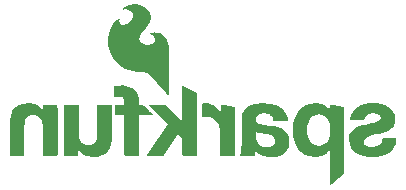
<source format=gbo>
G04 EAGLE Gerber RS-274X export*
G75*
%MOMM*%
%FSLAX34Y34*%
%LPD*%
%INSilkscreen Bottom*%
%IPPOS*%
%AMOC8*
5,1,8,0,0,1.08239X$1,22.5*%
G01*

G36*
X922785Y618552D02*
X922785Y618552D01*
X922811Y618553D01*
X922865Y618583D01*
X922923Y618605D01*
X922940Y618624D01*
X922963Y618636D01*
X922998Y618687D01*
X923040Y618732D01*
X923048Y618757D01*
X923063Y618778D01*
X923079Y618862D01*
X923090Y618898D01*
X923088Y618908D01*
X923090Y618920D01*
X923090Y660220D01*
X923084Y660245D01*
X923085Y660280D01*
X922685Y662780D01*
X922678Y662799D01*
X922676Y662824D01*
X922076Y664924D01*
X922060Y664953D01*
X922046Y664998D01*
X921146Y666698D01*
X921124Y666723D01*
X921100Y666766D01*
X920000Y668066D01*
X919983Y668078D01*
X919967Y668100D01*
X918767Y669200D01*
X918743Y669214D01*
X918716Y669240D01*
X917316Y670140D01*
X917298Y670146D01*
X917280Y670160D01*
X915880Y670860D01*
X915854Y670866D01*
X915823Y670883D01*
X914223Y671383D01*
X914195Y671385D01*
X914157Y671397D01*
X912557Y671597D01*
X912548Y671596D01*
X912537Y671599D01*
X911137Y671699D01*
X911112Y671695D01*
X911078Y671699D01*
X909878Y671599D01*
X909860Y671593D01*
X909835Y671593D01*
X908835Y671393D01*
X908828Y671389D01*
X908818Y671389D01*
X908027Y671191D01*
X907535Y671093D01*
X907501Y671077D01*
X907440Y671060D01*
X907269Y670975D01*
X907240Y670960D01*
X907175Y670906D01*
X907109Y670852D01*
X907108Y670850D01*
X907107Y670849D01*
X907073Y670773D01*
X907037Y670694D01*
X907037Y670692D01*
X907036Y670691D01*
X907040Y670606D01*
X907043Y670521D01*
X907044Y670519D01*
X907044Y670518D01*
X907085Y670442D01*
X907125Y670368D01*
X907126Y670367D01*
X907127Y670366D01*
X907137Y670359D01*
X907240Y670280D01*
X907440Y670180D01*
X907473Y670172D01*
X907518Y670151D01*
X907863Y670065D01*
X908314Y669794D01*
X908336Y669787D01*
X908360Y669771D01*
X909022Y669487D01*
X910363Y668529D01*
X910919Y667973D01*
X911367Y667345D01*
X911630Y666558D01*
X911630Y665676D01*
X911359Y664775D01*
X910802Y663846D01*
X910053Y663003D01*
X909017Y662250D01*
X907783Y661680D01*
X906263Y661300D01*
X903969Y661300D01*
X901869Y661968D01*
X900159Y663014D01*
X898949Y664410D01*
X898393Y666170D01*
X898487Y668140D01*
X899340Y670320D01*
X901288Y672560D01*
X903779Y675051D01*
X903790Y675070D01*
X903811Y675088D01*
X905811Y677688D01*
X905822Y677712D01*
X905845Y677740D01*
X907245Y680340D01*
X907254Y680375D01*
X907278Y680425D01*
X907978Y683125D01*
X907979Y683162D01*
X907990Y683220D01*
X907990Y685720D01*
X907981Y685758D01*
X907972Y685836D01*
X907172Y688336D01*
X907152Y688369D01*
X907120Y688440D01*
X905420Y690840D01*
X905393Y690864D01*
X905356Y690910D01*
X902756Y693110D01*
X902724Y693127D01*
X902680Y693160D01*
X899280Y694860D01*
X899244Y694869D01*
X899189Y694892D01*
X895889Y695592D01*
X895853Y695591D01*
X895797Y695600D01*
X892797Y695500D01*
X892765Y695491D01*
X892715Y695488D01*
X890015Y694788D01*
X889997Y694779D01*
X889971Y694774D01*
X887671Y693874D01*
X887653Y693861D01*
X887625Y693852D01*
X885825Y692852D01*
X885810Y692839D01*
X885786Y692828D01*
X884686Y692028D01*
X884685Y692026D01*
X884682Y692024D01*
X884282Y691724D01*
X884248Y691684D01*
X884208Y691651D01*
X884193Y691618D01*
X884171Y691591D01*
X884158Y691540D01*
X884137Y691492D01*
X884138Y691457D01*
X884130Y691423D01*
X884141Y691372D01*
X884143Y691319D01*
X884160Y691288D01*
X884168Y691254D01*
X884201Y691213D01*
X884226Y691167D01*
X884255Y691147D01*
X884277Y691119D01*
X884325Y691098D01*
X884368Y691067D01*
X884408Y691060D01*
X884435Y691047D01*
X884466Y691048D01*
X884510Y691040D01*
X884710Y691040D01*
X884736Y691046D01*
X884773Y691045D01*
X885362Y691143D01*
X886231Y691240D01*
X887279Y691240D01*
X888436Y691047D01*
X889668Y690762D01*
X890784Y690112D01*
X891848Y689145D01*
X892498Y688495D01*
X892858Y687774D01*
X893137Y686938D01*
X893227Y686120D01*
X893136Y685296D01*
X892855Y684361D01*
X892388Y683426D01*
X891619Y682465D01*
X890840Y681588D01*
X889864Y680710D01*
X888894Y679934D01*
X887735Y679258D01*
X886666Y678772D01*
X885610Y678388D01*
X884576Y678200D01*
X883777Y678200D01*
X882807Y678553D01*
X882117Y679157D01*
X881771Y679848D01*
X881586Y680682D01*
X881490Y681541D01*
X881490Y682282D01*
X881573Y682696D01*
X881650Y682850D01*
X881654Y682865D01*
X881663Y682878D01*
X881689Y683012D01*
X881690Y683019D01*
X881690Y683020D01*
X881690Y683120D01*
X881676Y683181D01*
X881670Y683244D01*
X881656Y683265D01*
X881651Y683289D01*
X881611Y683337D01*
X881577Y683390D01*
X881556Y683403D01*
X881541Y683422D01*
X881483Y683448D01*
X881430Y683481D01*
X881405Y683483D01*
X881382Y683493D01*
X881320Y683491D01*
X881257Y683497D01*
X881231Y683488D01*
X881209Y683487D01*
X881176Y683469D01*
X881120Y683449D01*
X878520Y681949D01*
X878491Y681923D01*
X878431Y681878D01*
X876031Y679278D01*
X876013Y679248D01*
X876004Y679237D01*
X875996Y679230D01*
X875993Y679224D01*
X875980Y679209D01*
X873980Y675709D01*
X873972Y675683D01*
X873954Y675653D01*
X872354Y671353D01*
X872349Y671320D01*
X872334Y671275D01*
X871634Y666475D01*
X871636Y666443D01*
X871630Y666399D01*
X871930Y661099D01*
X871940Y661067D01*
X871943Y661020D01*
X873443Y655520D01*
X873459Y655490D01*
X873474Y655443D01*
X876374Y649943D01*
X876394Y649919D01*
X876414Y649881D01*
X878514Y647281D01*
X878526Y647272D01*
X878535Y647257D01*
X880835Y644857D01*
X880851Y644847D01*
X880865Y644829D01*
X883365Y642729D01*
X883388Y642718D01*
X883413Y642695D01*
X886213Y640995D01*
X886232Y640989D01*
X886254Y640973D01*
X889354Y639573D01*
X889379Y639568D01*
X889410Y639553D01*
X892710Y638653D01*
X892735Y638652D01*
X892767Y638642D01*
X896267Y638242D01*
X896286Y638244D01*
X896310Y638240D01*
X900200Y638240D01*
X902058Y638142D01*
X903791Y637757D01*
X905319Y637088D01*
X906767Y636027D01*
X908241Y634651D01*
X909830Y632963D01*
X911527Y631066D01*
X911528Y631065D01*
X913428Y628965D01*
X913431Y628963D01*
X913434Y628959D01*
X915230Y627063D01*
X916927Y625166D01*
X918420Y623474D01*
X919715Y621880D01*
X919724Y621874D01*
X919731Y621862D01*
X920921Y620572D01*
X921706Y619591D01*
X922201Y618899D01*
X922221Y618881D01*
X922241Y618851D01*
X922441Y618651D01*
X922463Y618638D01*
X922479Y618618D01*
X922536Y618592D01*
X922588Y618560D01*
X922614Y618557D01*
X922638Y618547D01*
X922699Y618549D01*
X922761Y618543D01*
X922785Y618552D01*
G37*
G36*
X1059836Y542150D02*
X1059836Y542150D01*
X1059911Y542153D01*
X1059921Y542159D01*
X1059933Y542160D01*
X1060059Y542233D01*
X1061559Y543533D01*
X1061563Y543537D01*
X1061569Y543541D01*
X1062964Y544837D01*
X1065959Y547433D01*
X1065963Y547437D01*
X1065969Y547441D01*
X1067364Y548737D01*
X1068859Y550033D01*
X1068863Y550037D01*
X1068869Y550041D01*
X1070264Y551337D01*
X1071759Y552633D01*
X1071761Y552635D01*
X1071763Y552636D01*
X1071811Y552704D01*
X1071861Y552773D01*
X1071861Y552776D01*
X1071863Y552778D01*
X1071890Y552920D01*
X1071890Y608220D01*
X1071888Y608231D01*
X1071890Y608242D01*
X1071868Y608314D01*
X1071851Y608389D01*
X1071844Y608397D01*
X1071841Y608408D01*
X1071789Y608464D01*
X1071741Y608522D01*
X1071731Y608527D01*
X1071723Y608535D01*
X1071590Y608592D01*
X1070190Y608892D01*
X1070178Y608892D01*
X1070164Y608896D01*
X1068777Y609095D01*
X1067390Y609392D01*
X1067378Y609392D01*
X1067364Y609396D01*
X1065980Y609594D01*
X1064696Y609891D01*
X1064681Y609890D01*
X1064664Y609896D01*
X1063277Y610095D01*
X1061890Y610392D01*
X1061878Y610392D01*
X1061864Y610396D01*
X1060464Y610596D01*
X1060387Y610590D01*
X1060309Y610587D01*
X1060301Y610582D01*
X1060291Y610581D01*
X1060225Y610541D01*
X1060157Y610504D01*
X1060152Y610496D01*
X1060143Y610491D01*
X1060108Y610436D01*
X1060108Y610435D01*
X1060107Y610434D01*
X1060102Y610425D01*
X1060057Y610362D01*
X1060055Y610352D01*
X1060051Y610345D01*
X1060047Y610309D01*
X1060044Y610293D01*
X1060037Y610277D01*
X1060037Y610259D01*
X1060030Y610220D01*
X1060030Y605899D01*
X1059523Y606635D01*
X1059511Y606647D01*
X1059506Y606655D01*
X1059501Y606658D01*
X1059489Y606679D01*
X1058189Y608079D01*
X1058167Y608093D01*
X1058145Y608119D01*
X1056745Y609219D01*
X1056722Y609230D01*
X1056696Y609251D01*
X1055096Y610151D01*
X1055077Y610157D01*
X1055055Y610172D01*
X1053355Y610872D01*
X1053337Y610874D01*
X1053317Y610885D01*
X1051617Y611385D01*
X1051596Y611386D01*
X1051569Y611396D01*
X1049669Y611696D01*
X1049652Y611694D01*
X1049630Y611700D01*
X1047730Y611800D01*
X1047704Y611795D01*
X1047670Y611798D01*
X1042970Y611298D01*
X1042936Y611286D01*
X1042882Y611278D01*
X1038982Y609878D01*
X1038951Y609858D01*
X1038899Y609836D01*
X1035599Y607636D01*
X1035576Y607612D01*
X1035536Y607584D01*
X1032836Y604784D01*
X1032819Y604755D01*
X1032801Y604736D01*
X1032796Y604731D01*
X1032795Y604729D01*
X1032786Y604720D01*
X1030686Y601320D01*
X1030676Y601289D01*
X1030652Y601248D01*
X1029252Y597348D01*
X1029250Y597326D01*
X1029238Y597300D01*
X1028338Y593100D01*
X1028339Y593076D01*
X1028331Y593046D01*
X1028031Y588646D01*
X1028034Y588623D01*
X1028031Y588593D01*
X1028331Y584393D01*
X1028338Y584369D01*
X1028339Y584337D01*
X1029239Y580337D01*
X1029242Y580329D01*
X1029243Y580322D01*
X1029250Y580309D01*
X1029253Y580289D01*
X1030653Y576489D01*
X1030672Y576459D01*
X1030692Y576411D01*
X1032792Y573211D01*
X1032812Y573193D01*
X1032831Y573161D01*
X1035431Y570361D01*
X1035462Y570341D01*
X1035501Y570302D01*
X1038701Y568202D01*
X1038734Y568190D01*
X1038779Y568163D01*
X1042579Y566763D01*
X1042614Y566759D01*
X1042666Y566742D01*
X1046966Y566242D01*
X1046999Y566246D01*
X1047048Y566242D01*
X1049048Y566442D01*
X1049059Y566445D01*
X1049073Y566445D01*
X1050873Y566745D01*
X1050889Y566752D01*
X1050912Y566754D01*
X1052712Y567254D01*
X1052729Y567263D01*
X1052755Y567268D01*
X1054455Y567968D01*
X1054475Y567983D01*
X1054506Y567994D01*
X1056006Y568894D01*
X1056017Y568905D01*
X1056035Y568913D01*
X1057535Y570013D01*
X1057551Y570032D01*
X1057579Y570051D01*
X1058879Y571351D01*
X1058886Y571362D01*
X1058899Y571373D01*
X1059430Y571992D01*
X1059430Y542520D01*
X1059433Y542508D01*
X1059431Y542496D01*
X1059452Y542425D01*
X1059469Y542351D01*
X1059477Y542342D01*
X1059480Y542330D01*
X1059532Y542276D01*
X1059579Y542218D01*
X1059591Y542213D01*
X1059599Y542204D01*
X1059669Y542177D01*
X1059738Y542147D01*
X1059750Y542147D01*
X1059761Y542143D01*
X1059836Y542150D01*
G37*
G36*
X1010621Y566142D02*
X1010621Y566142D01*
X1010635Y566141D01*
X1013635Y566341D01*
X1013649Y566345D01*
X1013668Y566344D01*
X1014968Y566544D01*
X1014987Y566552D01*
X1015014Y566554D01*
X1016414Y566954D01*
X1016421Y566958D01*
X1016430Y566959D01*
X1017630Y567359D01*
X1017650Y567372D01*
X1017680Y567380D01*
X1018321Y567700D01*
X1018880Y567980D01*
X1018885Y567984D01*
X1018892Y567986D01*
X1019992Y568586D01*
X1020001Y568594D01*
X1020014Y568599D01*
X1021114Y569299D01*
X1021138Y569323D01*
X1021179Y569351D01*
X1022079Y570251D01*
X1022084Y570260D01*
X1022094Y570267D01*
X1022894Y571167D01*
X1022904Y571185D01*
X1022922Y571202D01*
X1023622Y572202D01*
X1023631Y572225D01*
X1023650Y572250D01*
X1024250Y573450D01*
X1024253Y573461D01*
X1024261Y573474D01*
X1024761Y574674D01*
X1024766Y574703D01*
X1024782Y574740D01*
X1025082Y576140D01*
X1025082Y576143D01*
X1025083Y576145D01*
X1025383Y577645D01*
X1025382Y577677D01*
X1025390Y577720D01*
X1025390Y579220D01*
X1025387Y579235D01*
X1025389Y579254D01*
X1025089Y582554D01*
X1025080Y582581D01*
X1025079Y582591D01*
X1025076Y582597D01*
X1025071Y582640D01*
X1024171Y585340D01*
X1024150Y585374D01*
X1024119Y585441D01*
X1022619Y587541D01*
X1022593Y587564D01*
X1022563Y587604D01*
X1020763Y589204D01*
X1020732Y589221D01*
X1020692Y589254D01*
X1018492Y590454D01*
X1018470Y590460D01*
X1018444Y590476D01*
X1016044Y591376D01*
X1016029Y591378D01*
X1016013Y591386D01*
X1013513Y592086D01*
X1013492Y592087D01*
X1013466Y592096D01*
X1010767Y592496D01*
X1008168Y592896D01*
X1008161Y592895D01*
X1008154Y592898D01*
X1005554Y593198D01*
X1003178Y593495D01*
X1001118Y593985D01*
X999469Y594567D01*
X998177Y595306D01*
X997476Y596356D01*
X997290Y597844D01*
X997290Y598693D01*
X997383Y599341D01*
X997755Y600642D01*
X998107Y601082D01*
X998117Y601103D01*
X998136Y601124D01*
X998401Y601566D01*
X998828Y601907D01*
X999770Y602472D01*
X1000898Y602848D01*
X1002937Y603140D01*
X1005186Y603140D01*
X1005959Y603043D01*
X1006631Y602947D01*
X1007997Y602557D01*
X1008564Y602368D01*
X1009104Y602098D01*
X1010039Y601349D01*
X1010397Y600902D01*
X1010684Y600424D01*
X1010690Y600418D01*
X1010694Y600409D01*
X1011065Y599852D01*
X1011247Y599307D01*
X1011443Y598622D01*
X1011636Y597850D01*
X1011733Y597073D01*
X1011742Y597047D01*
X1011743Y597019D01*
X1011772Y596967D01*
X1011793Y596910D01*
X1011813Y596891D01*
X1011826Y596867D01*
X1011875Y596833D01*
X1011919Y596791D01*
X1011945Y596783D01*
X1011968Y596767D01*
X1012048Y596752D01*
X1012084Y596741D01*
X1012096Y596743D01*
X1012110Y596740D01*
X1023710Y596740D01*
X1023779Y596756D01*
X1023849Y596766D01*
X1023862Y596775D01*
X1023879Y596779D01*
X1023933Y596824D01*
X1023991Y596864D01*
X1023999Y596879D01*
X1024012Y596889D01*
X1024041Y596954D01*
X1024076Y597015D01*
X1024077Y597034D01*
X1024083Y597048D01*
X1024082Y597087D01*
X1024088Y597160D01*
X1023888Y599060D01*
X1023882Y599078D01*
X1023881Y599103D01*
X1023481Y600903D01*
X1023471Y600923D01*
X1023466Y600954D01*
X1022866Y602554D01*
X1022854Y602572D01*
X1022846Y602599D01*
X1022046Y604099D01*
X1022028Y604119D01*
X1022011Y604152D01*
X1021011Y605452D01*
X1020995Y605466D01*
X1020979Y605489D01*
X1019879Y606589D01*
X1019872Y606593D01*
X1019867Y606600D01*
X1018667Y607700D01*
X1018640Y607715D01*
X1018609Y607744D01*
X1017309Y608544D01*
X1017299Y608547D01*
X1017289Y608556D01*
X1015789Y609356D01*
X1015771Y609360D01*
X1015751Y609373D01*
X1014251Y609973D01*
X1014247Y609974D01*
X1014244Y609976D01*
X1012644Y610576D01*
X1012622Y610579D01*
X1012597Y610590D01*
X1010897Y610990D01*
X1010887Y610990D01*
X1010876Y610994D01*
X1009176Y611294D01*
X1009166Y611294D01*
X1009154Y611298D01*
X1007454Y611498D01*
X1007444Y611496D01*
X1007431Y611500D01*
X1003831Y611700D01*
X1003822Y611698D01*
X1003810Y611700D01*
X1002210Y611700D01*
X1002199Y611698D01*
X1002186Y611700D01*
X1000586Y611600D01*
X1000577Y611597D01*
X1000566Y611598D01*
X998866Y611398D01*
X998864Y611397D01*
X998863Y611397D01*
X997263Y611197D01*
X997253Y611194D01*
X997240Y611194D01*
X995640Y610894D01*
X995628Y610889D01*
X995612Y610887D01*
X994112Y610487D01*
X994103Y610482D01*
X994090Y610481D01*
X992590Y609981D01*
X992578Y609973D01*
X992560Y609970D01*
X991160Y609370D01*
X991148Y609361D01*
X991130Y609355D01*
X989830Y608655D01*
X989818Y608644D01*
X989799Y608636D01*
X988599Y607836D01*
X988578Y607814D01*
X988541Y607789D01*
X987541Y606789D01*
X987532Y606775D01*
X987516Y606761D01*
X986616Y605661D01*
X986602Y605633D01*
X986575Y605600D01*
X985875Y604300D01*
X985870Y604282D01*
X985857Y604261D01*
X985257Y602761D01*
X985252Y602731D01*
X985250Y602724D01*
X985246Y602716D01*
X985246Y602715D01*
X985236Y602690D01*
X984936Y601090D01*
X984937Y601068D01*
X984930Y601041D01*
X984830Y599241D01*
X984832Y599232D01*
X984830Y599220D01*
X984830Y576447D01*
X984734Y575774D01*
X984736Y575750D01*
X984730Y575720D01*
X984730Y573647D01*
X984534Y572277D01*
X984236Y570489D01*
X984044Y569529D01*
X983857Y569061D01*
X983853Y569032D01*
X983837Y568995D01*
X983747Y568544D01*
X983581Y568211D01*
X983394Y567931D01*
X983367Y567861D01*
X983337Y567792D01*
X983337Y567780D01*
X983333Y567769D01*
X983340Y567694D01*
X983343Y567619D01*
X983349Y567609D01*
X983350Y567596D01*
X983390Y567533D01*
X983426Y567467D01*
X983436Y567460D01*
X983443Y567450D01*
X983507Y567410D01*
X983568Y567367D01*
X983581Y567365D01*
X983590Y567359D01*
X983628Y567356D01*
X983710Y567340D01*
X995510Y567340D01*
X995559Y567351D01*
X995609Y567353D01*
X995642Y567371D01*
X995679Y567379D01*
X995718Y567411D01*
X995762Y567435D01*
X995788Y567470D01*
X995812Y567489D01*
X995825Y567517D01*
X995850Y567550D01*
X995950Y567750D01*
X995956Y567773D01*
X995971Y567800D01*
X996062Y568074D01*
X996150Y568250D01*
X996156Y568273D01*
X996171Y568300D01*
X996371Y568900D01*
X996374Y568937D01*
X996390Y569020D01*
X996390Y569158D01*
X996471Y569400D01*
X996474Y569437D01*
X996490Y569520D01*
X996490Y569658D01*
X996571Y569900D01*
X996574Y569937D01*
X996590Y570020D01*
X996590Y570458D01*
X996671Y570700D01*
X996674Y570737D01*
X996690Y570820D01*
X996690Y570902D01*
X996741Y570851D01*
X996761Y570839D01*
X996782Y570816D01*
X998382Y569616D01*
X998395Y569610D01*
X998408Y569598D01*
X1000008Y568598D01*
X1000017Y568595D01*
X1000025Y568588D01*
X1000925Y568088D01*
X1000948Y568081D01*
X1000966Y568069D01*
X1000977Y568066D01*
X1000990Y568059D01*
X1001873Y567765D01*
X1002756Y567373D01*
X1002772Y567369D01*
X1002790Y567359D01*
X1003690Y567059D01*
X1003707Y567058D01*
X1003728Y567049D01*
X1004628Y566849D01*
X1004631Y566849D01*
X1004635Y566847D01*
X1006635Y566447D01*
X1006650Y566448D01*
X1006668Y566442D01*
X1007568Y566342D01*
X1007570Y566342D01*
X1007572Y566342D01*
X1009572Y566142D01*
X1009589Y566144D01*
X1009610Y566140D01*
X1010610Y566140D01*
X1010621Y566142D01*
G37*
G36*
X919043Y567448D02*
X919043Y567448D01*
X919077Y567446D01*
X919126Y567467D01*
X919179Y567479D01*
X919205Y567501D01*
X919236Y567514D01*
X919282Y567565D01*
X919312Y567589D01*
X919319Y567605D01*
X919334Y567621D01*
X930688Y586120D01*
X934730Y582257D01*
X934730Y567820D01*
X934741Y567770D01*
X934743Y567719D01*
X934761Y567687D01*
X934769Y567651D01*
X934802Y567612D01*
X934826Y567567D01*
X934856Y567546D01*
X934879Y567518D01*
X934926Y567497D01*
X934968Y567467D01*
X935010Y567459D01*
X935038Y567447D01*
X935068Y567448D01*
X935110Y567440D01*
X946810Y567440D01*
X946860Y567451D01*
X946911Y567453D01*
X946943Y567471D01*
X946979Y567479D01*
X947018Y567512D01*
X947063Y567536D01*
X947084Y567566D01*
X947112Y567589D01*
X947133Y567636D01*
X947163Y567678D01*
X947171Y567720D01*
X947183Y567748D01*
X947182Y567778D01*
X947190Y567820D01*
X947190Y620020D01*
X947180Y620062D01*
X947181Y620106D01*
X947161Y620145D01*
X947151Y620189D01*
X947123Y620222D01*
X947104Y620261D01*
X947063Y620295D01*
X947041Y620322D01*
X947018Y620333D01*
X946992Y620354D01*
X935292Y626754D01*
X935236Y626769D01*
X935182Y626793D01*
X935153Y626792D01*
X935126Y626800D01*
X935068Y626789D01*
X935009Y626787D01*
X934984Y626773D01*
X934955Y626767D01*
X934909Y626732D01*
X934857Y626704D01*
X934840Y626680D01*
X934817Y626663D01*
X934791Y626610D01*
X934757Y626562D01*
X934751Y626530D01*
X934740Y626508D01*
X934740Y626472D01*
X934730Y626420D01*
X934730Y595865D01*
X920684Y610483D01*
X920617Y610527D01*
X920552Y610573D01*
X920544Y610574D01*
X920539Y610578D01*
X920506Y610582D01*
X920410Y610600D01*
X906710Y610600D01*
X906683Y610594D01*
X906654Y610596D01*
X906599Y610574D01*
X906541Y610561D01*
X906520Y610543D01*
X906493Y610532D01*
X906454Y610488D01*
X906408Y610451D01*
X906396Y610425D01*
X906377Y610404D01*
X906361Y610347D01*
X906337Y610292D01*
X906338Y610264D01*
X906330Y610237D01*
X906341Y610179D01*
X906343Y610119D01*
X906357Y610095D01*
X906362Y610067D01*
X906408Y610001D01*
X906426Y609967D01*
X906436Y609960D01*
X906445Y609948D01*
X922219Y594568D01*
X904593Y568030D01*
X904567Y567960D01*
X904537Y567892D01*
X904537Y567880D01*
X904533Y567868D01*
X904540Y567794D01*
X904543Y567719D01*
X904549Y567708D01*
X904551Y567696D01*
X904590Y567633D01*
X904626Y567567D01*
X904636Y567560D01*
X904643Y567549D01*
X904707Y567510D01*
X904768Y567467D01*
X904781Y567465D01*
X904791Y567459D01*
X904829Y567455D01*
X904910Y567440D01*
X919010Y567440D01*
X919043Y567448D01*
G37*
G36*
X800660Y567451D02*
X800660Y567451D01*
X800711Y567453D01*
X800743Y567471D01*
X800779Y567479D01*
X800818Y567512D01*
X800863Y567536D01*
X800884Y567566D01*
X800912Y567589D01*
X800933Y567636D01*
X800963Y567678D01*
X800971Y567720D01*
X800983Y567748D01*
X800982Y567778D01*
X800990Y567820D01*
X800990Y591812D01*
X801089Y594185D01*
X801383Y596242D01*
X801868Y597988D01*
X802526Y599399D01*
X803547Y600420D01*
X804772Y601173D01*
X806191Y601646D01*
X808013Y601838D01*
X810144Y601644D01*
X811966Y601165D01*
X813471Y600318D01*
X814606Y599088D01*
X815559Y597564D01*
X816138Y595539D01*
X816532Y592978D01*
X816730Y590007D01*
X816730Y567820D01*
X816741Y567770D01*
X816743Y567719D01*
X816761Y567687D01*
X816769Y567651D01*
X816802Y567612D01*
X816826Y567567D01*
X816856Y567546D01*
X816879Y567518D01*
X816926Y567497D01*
X816968Y567467D01*
X817010Y567459D01*
X817038Y567447D01*
X817068Y567448D01*
X817110Y567440D01*
X828710Y567440D01*
X828760Y567451D01*
X828811Y567453D01*
X828843Y567471D01*
X828879Y567479D01*
X828918Y567512D01*
X828963Y567536D01*
X828984Y567566D01*
X829012Y567589D01*
X829033Y567636D01*
X829063Y567678D01*
X829071Y567720D01*
X829083Y567748D01*
X829082Y567778D01*
X829090Y567820D01*
X829090Y604920D01*
X829090Y604923D01*
X829090Y604927D01*
X828990Y610227D01*
X828979Y610273D01*
X828977Y610321D01*
X828957Y610356D01*
X828948Y610395D01*
X828917Y610431D01*
X828894Y610473D01*
X828861Y610496D01*
X828835Y610527D01*
X828791Y610545D01*
X828752Y610573D01*
X828706Y610582D01*
X828675Y610595D01*
X828647Y610593D01*
X828610Y610600D01*
X817510Y610600D01*
X817460Y610589D01*
X817409Y610587D01*
X817377Y610569D01*
X817341Y610561D01*
X817302Y610528D01*
X817257Y610504D01*
X817236Y610474D01*
X817208Y610451D01*
X817187Y610404D01*
X817157Y610362D01*
X817149Y610320D01*
X817137Y610292D01*
X817138Y610262D01*
X817130Y610220D01*
X817130Y605376D01*
X816521Y606239D01*
X816504Y606254D01*
X816488Y606279D01*
X815088Y607779D01*
X815068Y607793D01*
X815048Y607817D01*
X813548Y609017D01*
X813526Y609027D01*
X813503Y609048D01*
X811803Y610048D01*
X811780Y610055D01*
X811755Y610072D01*
X810055Y610772D01*
X810035Y610775D01*
X810012Y610786D01*
X808212Y611286D01*
X808203Y611287D01*
X808193Y611291D01*
X806393Y611691D01*
X806365Y611691D01*
X806330Y611700D01*
X804430Y611800D01*
X804406Y611795D01*
X804374Y611799D01*
X800174Y611399D01*
X800149Y611390D01*
X800113Y611388D01*
X796713Y610488D01*
X796680Y610470D01*
X796625Y610452D01*
X793925Y608952D01*
X793898Y608927D01*
X793848Y608895D01*
X791748Y606895D01*
X791727Y606863D01*
X791714Y606848D01*
X791700Y606836D01*
X791694Y606824D01*
X791675Y606800D01*
X790275Y604200D01*
X790268Y604175D01*
X790251Y604144D01*
X789251Y601244D01*
X789248Y601214D01*
X789234Y601175D01*
X788734Y597775D01*
X788735Y597759D01*
X788730Y597740D01*
X788530Y593940D01*
X788532Y593931D01*
X788530Y593920D01*
X788530Y567820D01*
X788541Y567770D01*
X788543Y567719D01*
X788561Y567687D01*
X788569Y567651D01*
X788602Y567612D01*
X788626Y567567D01*
X788656Y567546D01*
X788679Y567518D01*
X788726Y567497D01*
X788768Y567467D01*
X788810Y567459D01*
X788838Y567447D01*
X788868Y567448D01*
X788910Y567440D01*
X800610Y567440D01*
X800660Y567451D01*
G37*
G36*
X859214Y566245D02*
X859214Y566245D01*
X859246Y566241D01*
X863446Y566641D01*
X863471Y566650D01*
X863507Y566652D01*
X866907Y567552D01*
X866940Y567570D01*
X866995Y567588D01*
X869695Y569088D01*
X869722Y569113D01*
X869772Y569145D01*
X871872Y571145D01*
X871894Y571177D01*
X871939Y571230D01*
X873439Y573830D01*
X873450Y573864D01*
X873474Y573911D01*
X874374Y576911D01*
X874376Y576934D01*
X874386Y576963D01*
X874886Y580263D01*
X874885Y580280D01*
X874890Y580300D01*
X875090Y584100D01*
X875088Y584109D01*
X875090Y584120D01*
X875090Y610220D01*
X875079Y610270D01*
X875077Y610321D01*
X875059Y610353D01*
X875051Y610389D01*
X875018Y610428D01*
X874994Y610473D01*
X874964Y610494D01*
X874941Y610522D01*
X874894Y610543D01*
X874852Y610573D01*
X874810Y610581D01*
X874782Y610593D01*
X874752Y610592D01*
X874710Y610600D01*
X863110Y610600D01*
X863060Y610589D01*
X863009Y610587D01*
X862977Y610569D01*
X862941Y610561D01*
X862902Y610528D01*
X862857Y610504D01*
X862836Y610474D01*
X862808Y610451D01*
X862787Y610404D01*
X862757Y610362D01*
X862749Y610320D01*
X862737Y610292D01*
X862738Y610262D01*
X862730Y610220D01*
X862730Y586335D01*
X862532Y583862D01*
X862237Y581798D01*
X861752Y580052D01*
X861090Y578633D01*
X860165Y577616D01*
X858951Y576869D01*
X857433Y576394D01*
X855607Y576202D01*
X853476Y576396D01*
X851654Y576875D01*
X850149Y577722D01*
X849014Y578952D01*
X848061Y580476D01*
X847482Y582501D01*
X847089Y585056D01*
X846990Y588026D01*
X846990Y610220D01*
X846979Y610270D01*
X846977Y610321D01*
X846959Y610353D01*
X846951Y610389D01*
X846918Y610428D01*
X846894Y610473D01*
X846864Y610494D01*
X846841Y610522D01*
X846794Y610543D01*
X846752Y610573D01*
X846710Y610581D01*
X846682Y610593D01*
X846652Y610592D01*
X846610Y610600D01*
X834910Y610600D01*
X834860Y610589D01*
X834809Y610587D01*
X834777Y610569D01*
X834741Y610561D01*
X834702Y610528D01*
X834657Y610504D01*
X834636Y610474D01*
X834608Y610451D01*
X834587Y610404D01*
X834557Y610362D01*
X834549Y610320D01*
X834537Y610292D01*
X834538Y610262D01*
X834530Y610220D01*
X834530Y573120D01*
X834531Y573117D01*
X834530Y573113D01*
X834630Y567813D01*
X834642Y567767D01*
X834643Y567719D01*
X834663Y567684D01*
X834672Y567645D01*
X834703Y567609D01*
X834726Y567567D01*
X834759Y567544D01*
X834785Y567513D01*
X834829Y567495D01*
X834868Y567467D01*
X834914Y567458D01*
X834945Y567445D01*
X834973Y567447D01*
X835010Y567440D01*
X846110Y567440D01*
X846160Y567451D01*
X846211Y567453D01*
X846243Y567471D01*
X846279Y567479D01*
X846318Y567512D01*
X846363Y567536D01*
X846384Y567566D01*
X846412Y567589D01*
X846433Y567636D01*
X846463Y567678D01*
X846471Y567720D01*
X846483Y567748D01*
X846482Y567778D01*
X846490Y567820D01*
X846490Y572664D01*
X847099Y571801D01*
X847120Y571782D01*
X847141Y571751D01*
X848541Y570351D01*
X848552Y570345D01*
X848561Y570333D01*
X850061Y569033D01*
X850092Y569016D01*
X850132Y568984D01*
X851832Y568084D01*
X851840Y568082D01*
X851848Y568076D01*
X853548Y567276D01*
X853575Y567270D01*
X853608Y567254D01*
X855408Y566754D01*
X855417Y566753D01*
X855428Y566749D01*
X857228Y566349D01*
X857255Y566349D01*
X857290Y566340D01*
X859190Y566240D01*
X859214Y566245D01*
G37*
G36*
X1099331Y566440D02*
X1099331Y566440D01*
X1099349Y566446D01*
X1099374Y566445D01*
X1102874Y567045D01*
X1102893Y567053D01*
X1102920Y567056D01*
X1106220Y568056D01*
X1106244Y568070D01*
X1106280Y568080D01*
X1106481Y568180D01*
X1106481Y568181D01*
X1107242Y568561D01*
X1108002Y568941D01*
X1108763Y569321D01*
X1109280Y569580D01*
X1109305Y569601D01*
X1109348Y569623D01*
X1111848Y571623D01*
X1111870Y571652D01*
X1111911Y571688D01*
X1113911Y574288D01*
X1113926Y574321D01*
X1113958Y574368D01*
X1115358Y577568D01*
X1115365Y577606D01*
X1115387Y577672D01*
X1115887Y581572D01*
X1115880Y581646D01*
X1115877Y581721D01*
X1115871Y581732D01*
X1115869Y581744D01*
X1115830Y581807D01*
X1115794Y581873D01*
X1115784Y581880D01*
X1115777Y581891D01*
X1115713Y581930D01*
X1115652Y581973D01*
X1115639Y581975D01*
X1115629Y581981D01*
X1115592Y581984D01*
X1115510Y582000D01*
X1104510Y582000D01*
X1104481Y581993D01*
X1104450Y581996D01*
X1104397Y581974D01*
X1104341Y581961D01*
X1104318Y581942D01*
X1104290Y581930D01*
X1104252Y581887D01*
X1104208Y581851D01*
X1104195Y581823D01*
X1104175Y581800D01*
X1104153Y581728D01*
X1104137Y581692D01*
X1104137Y581679D01*
X1104132Y581662D01*
X1103938Y579918D01*
X1103376Y578605D01*
X1102522Y577372D01*
X1101493Y576437D01*
X1100793Y576087D01*
X1100164Y575772D01*
X1098704Y575285D01*
X1097152Y574898D01*
X1095513Y574801D01*
X1094254Y574898D01*
X1093000Y575091D01*
X1091843Y575476D01*
X1090687Y575958D01*
X1089667Y576607D01*
X1088937Y577521D01*
X1088479Y578528D01*
X1088294Y579818D01*
X1088472Y580975D01*
X1089091Y581859D01*
X1090122Y582702D01*
X1091566Y583472D01*
X1093434Y584160D01*
X1095611Y584853D01*
X1098189Y585448D01*
X1101185Y586047D01*
X1101191Y586050D01*
X1101199Y586050D01*
X1103699Y586650D01*
X1103710Y586656D01*
X1103726Y586658D01*
X1106226Y587458D01*
X1106238Y587465D01*
X1106254Y587468D01*
X1108454Y588368D01*
X1108467Y588377D01*
X1108486Y588383D01*
X1110586Y589483D01*
X1110614Y589507D01*
X1110662Y589535D01*
X1112362Y591035D01*
X1112380Y591060D01*
X1112412Y591089D01*
X1113712Y592789D01*
X1113728Y592825D01*
X1113765Y592885D01*
X1114565Y594985D01*
X1114570Y595021D01*
X1114582Y595060D01*
X1114585Y595066D01*
X1114585Y595069D01*
X1114588Y595076D01*
X1114888Y597676D01*
X1114884Y597711D01*
X1114888Y597761D01*
X1114488Y601461D01*
X1114475Y601497D01*
X1114463Y601561D01*
X1113263Y604561D01*
X1113241Y604592D01*
X1113214Y604648D01*
X1111414Y607048D01*
X1111384Y607073D01*
X1111338Y607124D01*
X1108938Y608924D01*
X1108908Y608937D01*
X1108870Y608965D01*
X1106070Y610265D01*
X1106046Y610270D01*
X1106016Y610285D01*
X1102916Y611185D01*
X1102890Y611187D01*
X1102856Y611198D01*
X1099556Y611598D01*
X1099545Y611596D01*
X1099532Y611600D01*
X1096132Y611800D01*
X1096113Y611796D01*
X1096088Y611800D01*
X1092688Y611600D01*
X1092673Y611595D01*
X1092653Y611596D01*
X1089353Y611096D01*
X1089331Y611087D01*
X1089301Y611084D01*
X1086301Y610184D01*
X1086280Y610172D01*
X1086250Y610165D01*
X1083450Y608865D01*
X1083422Y608843D01*
X1083376Y608819D01*
X1081076Y607019D01*
X1081053Y606992D01*
X1081012Y606956D01*
X1079112Y604556D01*
X1079096Y604523D01*
X1079063Y604476D01*
X1077763Y601576D01*
X1077756Y601541D01*
X1077737Y601493D01*
X1077037Y597893D01*
X1077037Y597892D01*
X1077042Y597761D01*
X1077043Y597719D01*
X1077101Y597613D01*
X1077126Y597567D01*
X1077173Y597534D01*
X1077268Y597467D01*
X1077410Y597440D01*
X1088510Y597440D01*
X1088537Y597446D01*
X1088564Y597444D01*
X1088620Y597466D01*
X1088679Y597479D01*
X1088700Y597497D01*
X1088726Y597507D01*
X1088766Y597551D01*
X1088812Y597589D01*
X1088824Y597615D01*
X1088842Y597635D01*
X1088868Y597713D01*
X1088883Y597748D01*
X1088883Y597759D01*
X1088887Y597773D01*
X1089079Y599308D01*
X1089638Y600425D01*
X1090290Y601357D01*
X1091211Y602094D01*
X1092242Y602562D01*
X1093589Y602947D01*
X1094950Y603142D01*
X1096423Y603240D01*
X1097376Y603240D01*
X1098442Y603046D01*
X1098457Y603047D01*
X1098476Y603041D01*
X1099520Y602946D01*
X1100446Y602576D01*
X1101290Y602107D01*
X1101997Y601489D01*
X1102343Y600710D01*
X1102523Y599629D01*
X1102255Y598379D01*
X1101540Y597396D01*
X1100327Y596556D01*
X1098683Y595879D01*
X1096715Y595288D01*
X1094431Y594792D01*
X1092032Y594292D01*
X1092026Y594289D01*
X1092018Y594289D01*
X1089619Y593689D01*
X1087121Y593090D01*
X1087110Y593084D01*
X1087094Y593082D01*
X1084594Y592282D01*
X1084579Y592273D01*
X1084558Y592269D01*
X1082258Y591269D01*
X1082241Y591256D01*
X1082214Y591246D01*
X1080214Y590046D01*
X1080193Y590026D01*
X1080158Y590005D01*
X1078458Y588505D01*
X1078439Y588477D01*
X1078402Y588443D01*
X1077102Y586643D01*
X1077087Y586608D01*
X1077056Y586559D01*
X1076156Y584259D01*
X1076151Y584221D01*
X1076146Y584207D01*
X1076136Y584184D01*
X1076136Y584175D01*
X1076132Y584162D01*
X1075832Y581462D01*
X1075836Y581426D01*
X1075833Y581370D01*
X1076333Y577570D01*
X1076339Y577553D01*
X1076340Y577547D01*
X1076346Y577536D01*
X1076354Y577487D01*
X1077554Y574287D01*
X1077575Y574254D01*
X1077603Y574196D01*
X1079503Y571596D01*
X1079532Y571571D01*
X1079572Y571523D01*
X1082072Y569523D01*
X1082105Y569508D01*
X1082149Y569475D01*
X1085149Y568075D01*
X1085171Y568071D01*
X1085197Y568057D01*
X1088397Y567057D01*
X1088419Y567055D01*
X1088446Y567045D01*
X1091946Y566445D01*
X1091965Y566446D01*
X1091989Y566440D01*
X1095589Y566240D01*
X1095607Y566244D01*
X1095631Y566240D01*
X1099331Y566440D01*
G37*
G36*
X897860Y567451D02*
X897860Y567451D01*
X897911Y567453D01*
X897943Y567471D01*
X897979Y567479D01*
X898018Y567512D01*
X898063Y567536D01*
X898084Y567566D01*
X898112Y567589D01*
X898133Y567636D01*
X898163Y567678D01*
X898171Y567720D01*
X898183Y567748D01*
X898182Y567778D01*
X898190Y567820D01*
X898190Y602040D01*
X909310Y602040D01*
X909335Y602046D01*
X909361Y602043D01*
X909419Y602065D01*
X909479Y602079D01*
X909499Y602096D01*
X909523Y602105D01*
X909565Y602150D01*
X909612Y602189D01*
X909623Y602213D01*
X909640Y602232D01*
X909658Y602291D01*
X909683Y602348D01*
X909682Y602373D01*
X909690Y602398D01*
X909679Y602459D01*
X909677Y602521D01*
X909664Y602543D01*
X909660Y602569D01*
X909612Y602640D01*
X909594Y602673D01*
X909592Y602674D01*
X909591Y602676D01*
X909585Y602680D01*
X909579Y602689D01*
X907579Y604689D01*
X907571Y604694D01*
X907564Y604703D01*
X906572Y605596D01*
X903579Y608589D01*
X903571Y608594D01*
X903564Y608603D01*
X902572Y609496D01*
X901579Y610489D01*
X901514Y610529D01*
X901452Y610573D01*
X901440Y610575D01*
X901432Y610580D01*
X901395Y610584D01*
X901310Y610600D01*
X898190Y610600D01*
X898190Y613520D01*
X898187Y613532D01*
X898189Y613548D01*
X897989Y616248D01*
X897980Y616278D01*
X897976Y616323D01*
X897901Y616593D01*
X897794Y616973D01*
X897688Y617353D01*
X897581Y617733D01*
X897581Y617734D01*
X897475Y618114D01*
X897368Y618494D01*
X897276Y618823D01*
X897262Y618849D01*
X897250Y618890D01*
X896150Y621090D01*
X896127Y621118D01*
X896101Y621165D01*
X894501Y623065D01*
X894475Y623084D01*
X894446Y623118D01*
X892546Y624618D01*
X892512Y624634D01*
X892463Y624668D01*
X889963Y625768D01*
X889935Y625773D01*
X889899Y625790D01*
X886999Y626490D01*
X886975Y626490D01*
X886944Y626499D01*
X883644Y626799D01*
X883629Y626797D01*
X883610Y626800D01*
X882810Y626800D01*
X882790Y626796D01*
X882763Y626797D01*
X881986Y626700D01*
X880510Y626700D01*
X880490Y626696D01*
X880463Y626697D01*
X878886Y626500D01*
X877410Y626500D01*
X877360Y626489D01*
X877309Y626487D01*
X877277Y626469D01*
X877241Y626461D01*
X877202Y626428D01*
X877157Y626404D01*
X877136Y626374D01*
X877108Y626351D01*
X877087Y626304D01*
X877057Y626262D01*
X877049Y626220D01*
X877037Y626192D01*
X877038Y626162D01*
X877030Y626120D01*
X877030Y617420D01*
X877048Y617340D01*
X877065Y617260D01*
X877068Y617256D01*
X877069Y617251D01*
X877122Y617188D01*
X877172Y617124D01*
X877176Y617122D01*
X877179Y617118D01*
X877254Y617084D01*
X877328Y617049D01*
X877333Y617049D01*
X877338Y617047D01*
X877365Y617048D01*
X877473Y617045D01*
X878041Y617140D01*
X879010Y617140D01*
X879036Y617146D01*
X879073Y617145D01*
X879641Y617240D01*
X881693Y617240D01*
X882751Y617144D01*
X883602Y616955D01*
X884316Y616687D01*
X884829Y616259D01*
X885272Y615640D01*
X885543Y614915D01*
X885730Y613982D01*
X885730Y610600D01*
X878110Y610600D01*
X878060Y610589D01*
X878009Y610587D01*
X877977Y610569D01*
X877941Y610561D01*
X877902Y610528D01*
X877857Y610504D01*
X877836Y610474D01*
X877808Y610451D01*
X877787Y610404D01*
X877757Y610362D01*
X877749Y610320D01*
X877737Y610292D01*
X877738Y610262D01*
X877730Y610220D01*
X877730Y602420D01*
X877741Y602370D01*
X877743Y602319D01*
X877761Y602287D01*
X877769Y602251D01*
X877802Y602212D01*
X877826Y602167D01*
X877856Y602146D01*
X877879Y602118D01*
X877926Y602097D01*
X877968Y602067D01*
X878010Y602059D01*
X878038Y602047D01*
X878068Y602048D01*
X878110Y602040D01*
X885730Y602040D01*
X885730Y567820D01*
X885741Y567770D01*
X885743Y567719D01*
X885761Y567687D01*
X885769Y567651D01*
X885802Y567612D01*
X885826Y567567D01*
X885856Y567546D01*
X885879Y567518D01*
X885926Y567497D01*
X885968Y567467D01*
X886010Y567459D01*
X886038Y567447D01*
X886068Y567448D01*
X886110Y567440D01*
X897810Y567440D01*
X897860Y567451D01*
G37*
G36*
X978760Y567451D02*
X978760Y567451D01*
X978811Y567453D01*
X978843Y567471D01*
X978879Y567479D01*
X978918Y567512D01*
X978963Y567536D01*
X978984Y567566D01*
X979012Y567589D01*
X979033Y567636D01*
X979063Y567678D01*
X979071Y567720D01*
X979083Y567748D01*
X979082Y567778D01*
X979090Y567820D01*
X979090Y603220D01*
X979089Y603223D01*
X979090Y603228D01*
X978990Y608228D01*
X978988Y608235D01*
X978990Y608242D01*
X978967Y608318D01*
X978947Y608396D01*
X978943Y608401D01*
X978941Y608408D01*
X978887Y608466D01*
X978834Y608527D01*
X978828Y608530D01*
X978823Y608535D01*
X978690Y608592D01*
X977290Y608892D01*
X977278Y608892D01*
X977264Y608896D01*
X975877Y609095D01*
X974490Y609392D01*
X974480Y609392D01*
X974468Y609396D01*
X973179Y609594D01*
X971790Y609892D01*
X971778Y609892D01*
X971764Y609896D01*
X970377Y610095D01*
X968990Y610392D01*
X968978Y610392D01*
X968964Y610396D01*
X967564Y610596D01*
X967487Y610590D01*
X967409Y610587D01*
X967401Y610582D01*
X967391Y610581D01*
X967325Y610541D01*
X967257Y610504D01*
X967252Y610496D01*
X967243Y610491D01*
X967202Y610425D01*
X967157Y610362D01*
X967155Y610352D01*
X967151Y610345D01*
X967147Y610309D01*
X967130Y610220D01*
X967130Y603859D01*
X966847Y604397D01*
X966831Y604415D01*
X966818Y604443D01*
X965518Y606243D01*
X965499Y606260D01*
X965479Y606289D01*
X963979Y607789D01*
X963960Y607801D01*
X963941Y607822D01*
X962241Y609122D01*
X962225Y609129D01*
X962208Y609144D01*
X960408Y610244D01*
X960382Y610253D01*
X960351Y610273D01*
X958351Y611073D01*
X958327Y611077D01*
X958298Y611090D01*
X956198Y611590D01*
X956168Y611590D01*
X956127Y611600D01*
X953927Y611700D01*
X953920Y611698D01*
X953910Y611700D01*
X952610Y611700D01*
X952573Y611692D01*
X952490Y611681D01*
X951290Y611281D01*
X951224Y611241D01*
X951157Y611204D01*
X951151Y611195D01*
X951142Y611190D01*
X951101Y611125D01*
X951057Y611062D01*
X951055Y611051D01*
X951050Y611043D01*
X951047Y611007D01*
X951030Y610920D01*
X951030Y600120D01*
X951032Y600110D01*
X951030Y600100D01*
X951043Y600057D01*
X951043Y600041D01*
X951052Y600024D01*
X951069Y599951D01*
X951076Y599943D01*
X951079Y599933D01*
X951130Y599877D01*
X951179Y599818D01*
X951189Y599813D01*
X951196Y599806D01*
X951267Y599778D01*
X951338Y599747D01*
X951348Y599747D01*
X951358Y599743D01*
X951502Y599751D01*
X951893Y599849D01*
X952848Y600040D01*
X953310Y600040D01*
X953336Y600046D01*
X953373Y600045D01*
X953941Y600140D01*
X955591Y600140D01*
X958432Y599846D01*
X960852Y599071D01*
X962764Y597924D01*
X964202Y596294D01*
X965364Y594358D01*
X966139Y592128D01*
X966531Y589584D01*
X966630Y586913D01*
X966630Y567820D01*
X966641Y567770D01*
X966643Y567719D01*
X966661Y567687D01*
X966669Y567651D01*
X966702Y567612D01*
X966726Y567567D01*
X966756Y567546D01*
X966779Y567518D01*
X966826Y567497D01*
X966868Y567467D01*
X966910Y567459D01*
X966938Y567447D01*
X966968Y567448D01*
X967010Y567440D01*
X978710Y567440D01*
X978760Y567451D01*
G37*
%LPC*%
G36*
X1047608Y576092D02*
X1047608Y576092D01*
X1045598Y576953D01*
X1043878Y578195D01*
X1042634Y579822D01*
X1041664Y581761D01*
X1040981Y584007D01*
X1040589Y586359D01*
X1040491Y588920D01*
X1040589Y591382D01*
X1040981Y593834D01*
X1041663Y596075D01*
X1042732Y598115D01*
X1043982Y599750D01*
X1045702Y601088D01*
X1047806Y601949D01*
X1050212Y602237D01*
X1052812Y601948D01*
X1054822Y601087D01*
X1056543Y599844D01*
X1057884Y598119D01*
X1058851Y596089D01*
X1059437Y593842D01*
X1059831Y591382D01*
X1059929Y588920D01*
X1059831Y586359D01*
X1059439Y584007D01*
X1058756Y581761D01*
X1057789Y579829D01*
X1056448Y578200D01*
X1054722Y576953D01*
X1052711Y576091D01*
X1050209Y575803D01*
X1047608Y576092D01*
G37*
%LPD*%
%LPC*%
G36*
X1006322Y574800D02*
X1006322Y574800D01*
X1004749Y574899D01*
X1003393Y575092D01*
X1002152Y575474D01*
X1001201Y575950D01*
X1000330Y576531D01*
X999582Y577092D01*
X999018Y577844D01*
X998526Y578532D01*
X998053Y579289D01*
X997775Y580028D01*
X997581Y580903D01*
X997579Y580907D01*
X997579Y580912D01*
X997384Y581693D01*
X997290Y582347D01*
X997290Y587778D01*
X997541Y587678D01*
X998014Y587394D01*
X998039Y587386D01*
X998069Y587367D01*
X999069Y586967D01*
X999102Y586962D01*
X999148Y586945D01*
X999718Y586850D01*
X1000290Y586659D01*
X1000319Y586657D01*
X1000356Y586644D01*
X1001053Y586544D01*
X1001648Y586445D01*
X1001652Y586445D01*
X1001656Y586444D01*
X1005853Y585844D01*
X1006426Y585749D01*
X1007106Y585554D01*
X1007128Y585553D01*
X1007156Y585544D01*
X1007822Y585448D01*
X1008390Y585259D01*
X1009564Y584868D01*
X1010127Y584586D01*
X1011092Y584007D01*
X1011556Y583636D01*
X1011926Y583266D01*
X1012297Y582802D01*
X1012562Y582360D01*
X1012938Y581232D01*
X1013030Y580593D01*
X1013030Y579147D01*
X1012937Y578499D01*
X1012758Y577873D01*
X1011919Y576474D01*
X1011477Y576120D01*
X1011098Y575836D01*
X1010650Y575568D01*
X1009518Y575190D01*
X1008948Y575095D01*
X1008930Y575088D01*
X1008906Y575086D01*
X1008226Y574892D01*
X1007679Y574800D01*
X1006322Y574800D01*
G37*
%LPD*%
M02*

</source>
